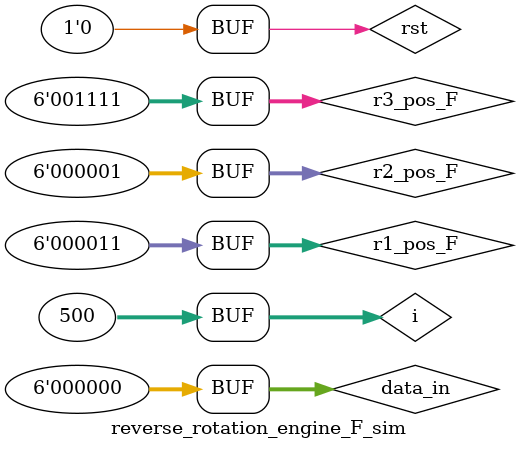
<source format=v>
`timescale 1ns / 1ps

module reverse_rotation_engine_F_sim(

    );
       reg rst;
       reg [5:0]data_in;
       wire [5:0]r1_out;
       wire [5:0]r2_out;
       wire [5:0]r3_out;
      
     reg [5:0]r1_pos_F;
     reg [5:0]r2_pos_F;
     reg [5:0]r3_pos_F;
       integer i;
       
       initial
       begin
       r1_pos_F=6'd3;
       r2_pos_F=6'd1;
       r3_pos_F=6'd15;
       rst=1'd0;
       data_in=6'd0;
       end
 
reverse_rotation_engine rreF_test(.data_in(data_in),
.r1_pos(r1_pos_F),
.r2_pos(r2_pos_F),
.r3_pos(r3_pos_F),   
.rst(rst),
.r1_out(r1_out),
.r2_out(r2_out),
.r3_out(r3_out));
        
        initial
        begin
        //rst=1'd0;
        
        for(i=6'd0;i<500;i=i+1)begin
        
        if(data_in>6'd25)begin
        data_in=6'd0;
        end
        else
        begin
        data_in=data_in+6'd1;
        #1;
        end
        
        end
        
        
        /*
#1 data_in=5'd0;
#1 data_in=5'd1;

#1 data_in=5'd2;

#1 data_in=5'd3;

#1 data_in=5'd4;
#1 data_in=5'd5;
#1 data_in=5'd6;
#1 data_in=5'd7;
#1 data_in=5'd8;
#1 data_in=5'd9;
#1 data_in=5'd10;
#1 data_in=5'd11;
#1 data_in=5'd12;
#1 data_in=5'd13;
#1 data_in=5'd14;
#1 data_in=5'd15;
#1 data_in=5'd16;
#1 data_in=5'd17;
#1 data_in=5'd18;
#1 data_in=5'd19;
#1 data_in=5'd20;
#1 data_in=5'd21;
#1 data_in=5'd22;
#1 data_in=5'd23;
#1 data_in=5'd24;
#1 data_in=5'd25;
#1 data_in=5'd0;
#1 data_in=5'd1;

#1 data_in=5'd2;

#1 data_in=5'd3;

#1 data_in=5'd4;
#1 data_in=5'd5;
#1 data_in=5'd6;
#1 data_in=5'd7;
#1 data_in=5'd8;
#1 data_in=5'd9;
#1 data_in=5'd10;
#1 data_in=5'd11;
#1 data_in=5'd12;
#1 data_in=5'd13;
#1 data_in=5'd14;
#1 data_in=5'd15;
#1 data_in=5'd16;
#1 data_in=5'd17;
#1 data_in=5'd18;
#1 data_in=5'd19;
#1 data_in=5'd20;
#1 data_in=5'd21;
#1 data_in=5'd22;
#1 data_in=5'd23;
#1 data_in=5'd24;
#1 data_in=5'd25;
#1 data_in=5'd0;
#1 data_in=5'd1;

#1 data_in=5'd2;

#1 data_in=5'd3;

#1 data_in=5'd4;
#1 data_in=5'd5;
#1 data_in=5'd6;
#1 data_in=5'd7;
#1 data_in=5'd8;
#1 data_in=5'd9;
#1 data_in=5'd10;
#1 data_in=5'd11;
#1 data_in=5'd12;
#1 data_in=5'd13;
#1 data_in=5'd14;
#1 data_in=5'd15;
#1 data_in=5'd16;
#1 data_in=5'd17;
#1 data_in=5'd18;
#1 data_in=5'd19;
#1 data_in=5'd20;
#1 data_in=5'd21;
#1 data_in=5'd22;
#1 data_in=5'd23;
#1 data_in=5'd24;
#1 data_in=5'd25;
#1 data_in=5'd0;
#1 data_in=5'd1;

#1 data_in=5'd2;

#1 data_in=5'd3;

#1 data_in=5'd4;
#1 data_in=5'd5;
#1 data_in=5'd6;
#1 data_in=5'd7;
#1 data_in=5'd8;
#1 data_in=5'd9;
#1 data_in=5'd10;
#1 data_in=5'd11;
#1 data_in=5'd12;
#1 data_in=5'd13;
#1 data_in=5'd14;
#1 data_in=5'd15;
#1 data_in=5'd16;
#1 data_in=5'd17;
#1 data_in=5'd18;
#1 data_in=5'd19;
#1 data_in=5'd20;
#1 data_in=5'd21;
#1 data_in=5'd22;
#1 data_in=5'd23;
#1 data_in=5'd24;
#1 data_in=5'd25;
#1 data_in=5'd0;
#1 data_in=5'd1;

#1 data_in=5'd2;

#1 data_in=5'd3;

#1 data_in=5'd4;
#1 data_in=5'd5;
#1 data_in=5'd6;
#1 data_in=5'd7;
#1 data_in=5'd8;
#1 data_in=5'd9;
#1 data_in=5'd10;
#1 data_in=5'd11;
#1 data_in=5'd12;
#1 data_in=5'd13;
#1 data_in=5'd14;
#1 data_in=5'd15;
#1 data_in=5'd16;
#1 data_in=5'd17;
#1 data_in=5'd18;
#1 data_in=5'd19;
#1 data_in=5'd20;
#1 data_in=5'd21;
#1 data_in=5'd22;
#1 data_in=5'd23;
#1 data_in=5'd24;
#1 data_in=5'd25;
#1 data_in=5'd0;
#1 data_in=5'd1;

#1 data_in=5'd2;

#1 data_in=5'd3;

#1 data_in=5'd4;
#1 data_in=5'd5;
#1 data_in=5'd6;
#1 data_in=5'd7;
#1 data_in=5'd8;
#1 data_in=5'd9;
#1 data_in=5'd10;
#1 data_in=5'd11;
#1 data_in=5'd12;
#1 data_in=5'd13;
#1 data_in=5'd14;
#1 data_in=5'd15;
#1 data_in=5'd16;
#1 data_in=5'd17;
#1 data_in=5'd18;
#1 data_in=5'd19;
#1 data_in=5'd20;
#1 data_in=5'd21;
#1 data_in=5'd22;
#1 data_in=5'd23;
#1 data_in=5'd24;
#1 data_in=5'd25;
#1 data_in=5'd0;
#1 data_in=5'd1;

#1 data_in=5'd2;

#1 data_in=5'd3;

#1 data_in=5'd4;
#1 data_in=5'd5;
#1 data_in=5'd6;
#1 data_in=5'd7;
#1 data_in=5'd8;
#1 data_in=5'd9;
#1 data_in=5'd10;
#1 data_in=5'd11;
#1 data_in=5'd12;
#1 data_in=5'd13;
#1 data_in=5'd14;
#1 data_in=5'd15;
#1 data_in=5'd16;
#1 data_in=5'd17;
#1 data_in=5'd18;
#1 data_in=5'd19;
#1 data_in=5'd20;
#1 data_in=5'd21;
#1 data_in=5'd22;
#1 data_in=5'd23;
#1 data_in=5'd24;
#1 data_in=5'd25;
#1 data_in=5'd0;
#1 data_in=5'd1;

#1 data_in=5'd2;

#1 data_in=5'd3;

#1 data_in=5'd4;
#1 data_in=5'd5;
#1 data_in=5'd6;
#1 data_in=5'd7;
#1 data_in=5'd8;
#1 data_in=5'd9;
#1 data_in=5'd10;
#1 data_in=5'd11;
#1 data_in=5'd12;
#1 data_in=5'd13;
#1 data_in=5'd14;
#1 data_in=5'd15;
#1 data_in=5'd16;
#1 data_in=5'd17;
#1 data_in=5'd18;
#1 data_in=5'd19;
#1 data_in=5'd20;
#1 data_in=5'd21;
#1 data_in=5'd22;
#1 data_in=5'd23;
#1 data_in=5'd24;
#1 data_in=5'd25;
#1 data_in=5'd0;
#1 data_in=5'd1;

#1 data_in=5'd2;

#1 data_in=5'd3;

#1 data_in=5'd4;
#1 data_in=5'd5;
#1 data_in=5'd6;
#1 data_in=5'd7;
#1 data_in=5'd8;
#1 data_in=5'd9;
#1 data_in=5'd10;
#1 data_in=5'd11;
#1 data_in=5'd12;
#1 data_in=5'd13;
#1 data_in=5'd14;
#1 data_in=5'd15;
#1 data_in=5'd16;
#1 data_in=5'd17;
#1 data_in=5'd18;
#1 data_in=5'd19;
#1 data_in=5'd20;
#1 data_in=5'd21;
#1 data_in=5'd22;
#1 data_in=5'd23;
#1 data_in=5'd24;
#1 data_in=5'd25;
#1 data_in=5'd0;
#1 data_in=5'd1;

#1 data_in=5'd2;

#1 data_in=5'd3;

#1 data_in=5'd4;
#1 data_in=5'd5;
#1 data_in=5'd6;
#1 data_in=5'd7;
#1 data_in=5'd8;
#1 data_in=5'd9;
#1 data_in=5'd10;
#1 data_in=5'd11;
#1 data_in=5'd12;
#1 data_in=5'd13;
#1 data_in=5'd14;
#1 data_in=5'd15;
#1 data_in=5'd16;
#1 data_in=5'd17;
#1 data_in=5'd18;
#1 data_in=5'd19;
#1 data_in=5'd20;
#1 data_in=5'd21;
#1 data_in=5'd22;
#1 data_in=5'd23;
#1 data_in=5'd24;
#1 data_in=5'd25;
#1 data_in=5'd0;
#1 data_in=5'd1;

#1 data_in=5'd2;

#1 data_in=5'd3;

#1 data_in=5'd4;
#1 data_in=5'd5;
#1 data_in=5'd6;
#1 data_in=5'd7;
#1 data_in=5'd8;
#1 data_in=5'd9;
#1 data_in=5'd10;
#1 data_in=5'd11;
#1 data_in=5'd12;
#1 data_in=5'd13;
#1 data_in=5'd14;
#1 data_in=5'd15;
#1 data_in=5'd16;
#1 data_in=5'd17;
#1 data_in=5'd18;
#1 data_in=5'd19;
#1 data_in=5'd20;
#1 data_in=5'd21;
#1 data_in=5'd22;
#1 data_in=5'd23;
#1 data_in=5'd24;
#1 data_in=5'd25;
#1 data_in=5'd0;
#1 data_in=5'd1;

#1 data_in=5'd2;

#1 data_in=5'd3;

#1 data_in=5'd4;
#1 data_in=5'd5;
#1 data_in=5'd6;
#1 data_in=5'd7;
#1 data_in=5'd8;
#1 data_in=5'd9;
#1 data_in=5'd10;
#1 data_in=5'd11;
#1 data_in=5'd12;
#1 data_in=5'd13;
#1 data_in=5'd14;
#1 data_in=5'd15;
#1 data_in=5'd16;
#1 data_in=5'd17;
#1 data_in=5'd18;
#1 data_in=5'd19;
#1 data_in=5'd20;
#1 data_in=5'd21;
#1 data_in=5'd22;
#1 data_in=5'd23;
#1 data_in=5'd24;
#1 data_in=5'd25;
#1 data_in=5'd0;
#1 data_in=5'd1;

#1 data_in=5'd2;

#1 data_in=5'd3;

#1 data_in=5'd4;
#1 data_in=5'd5;
#1 data_in=5'd6;
#1 data_in=5'd7;
#1 data_in=5'd8;
#1 data_in=5'd9;
#1 data_in=5'd10;
#1 data_in=5'd11;
#1 data_in=5'd12;
#1 data_in=5'd13;
#1 data_in=5'd14;
#1 data_in=5'd15;
#1 data_in=5'd16;
#1 data_in=5'd17;
#1 data_in=5'd18;
#1 data_in=5'd19;
#1 data_in=5'd20;
#1 data_in=5'd21;
#1 data_in=5'd22;
#1 data_in=5'd23;
#1 data_in=5'd24;
#1 data_in=5'd25;
#1 data_in=5'd0;
#1 data_in=5'd1;

#1 data_in=5'd2;

#1 data_in=5'd3;

#1 data_in=5'd4;
#1 data_in=5'd5;
#1 data_in=5'd6;
#1 data_in=5'd7;
#1 data_in=5'd8;
#1 data_in=5'd9;
#1 data_in=5'd10;
#1 data_in=5'd11;
#1 data_in=5'd12;
#1 data_in=5'd13;
#1 data_in=5'd14;
#1 data_in=5'd15;
#1 data_in=5'd16;
#1 data_in=5'd17;
#1 data_in=5'd18;
#1 data_in=5'd19;
#1 data_in=5'd20;
#1 data_in=5'd21;
#1 data_in=5'd22;
#1 data_in=5'd23;
#1 data_in=5'd24;
#1 data_in=5'd25;
#1 data_in=5'd0;
#1 data_in=5'd1;

#1 data_in=5'd2;

#1 data_in=5'd3;

#1 data_in=5'd4;
#1 data_in=5'd5;
#1 data_in=5'd6;
#1 data_in=5'd7;
#1 data_in=5'd8;
#1 data_in=5'd9;
#1 data_in=5'd10;
#1 data_in=5'd11;
#1 data_in=5'd12;
#1 data_in=5'd13;
#1 data_in=5'd14;
#1 data_in=5'd15;
#1 data_in=5'd16;
#1 data_in=5'd17;
#1 data_in=5'd18;
#1 data_in=5'd19;
#1 data_in=5'd20;
#1 data_in=5'd21;
#1 data_in=5'd22;
#1 data_in=5'd23;
#1 data_in=5'd24;
#1 data_in=5'd25;
#1 data_in=5'd0;
#1 data_in=5'd1;

#1 data_in=5'd2;

#1 data_in=5'd3;

#1 data_in=5'd4;
#1 data_in=5'd5;
#1 data_in=5'd6;
#1 data_in=5'd7;
#1 data_in=5'd8;
#1 data_in=5'd9;
#1 data_in=5'd10;
#1 data_in=5'd11;
#1 data_in=5'd12;
#1 data_in=5'd13;
#1 data_in=5'd14;
#1 data_in=5'd15;
#1 data_in=5'd16;
#1 data_in=5'd17;
#1 data_in=5'd18;
#1 data_in=5'd19;
#1 data_in=5'd20;
#1 data_in=5'd21;
#1 data_in=5'd22;
#1 data_in=5'd23;
#1 data_in=5'd24;
#1 data_in=5'd25;
#1 data_in=5'd0;
#1 data_in=5'd1;

#1 data_in=5'd2;

#1 data_in=5'd3;

#1 data_in=5'd4;
#1 data_in=5'd5;
#1 data_in=5'd6;
#1 data_in=5'd7;
#1 data_in=5'd8;
#1 data_in=5'd9;
#1 data_in=5'd10;
#1 data_in=5'd11;
#1 data_in=5'd12;
#1 data_in=5'd13;
#1 data_in=5'd14;
#1 data_in=5'd15;
#1 data_in=5'd16;
#1 data_in=5'd17;
#1 data_in=5'd18;
#1 data_in=5'd19;
#1 data_in=5'd20;
#1 data_in=5'd21;
#1 data_in=5'd22;
#1 data_in=5'd23;
#1 data_in=5'd24;
#1 data_in=5'd25;
#1 data_in=5'd0;
#1 data_in=5'd1;

#1 data_in=5'd2;

#1 data_in=5'd3;

#1 data_in=5'd4;
#1 data_in=5'd5;
#1 data_in=5'd6;
#1 data_in=5'd7;
#1 data_in=5'd8;
#1 data_in=5'd9;
#1 data_in=5'd10;
#1 data_in=5'd11;
#1 data_in=5'd12;
#1 data_in=5'd13;
#1 data_in=5'd14;
#1 data_in=5'd15;
#1 data_in=5'd16;
#1 data_in=5'd17;
#1 data_in=5'd18;
#1 data_in=5'd19;
#1 data_in=5'd20;
#1 data_in=5'd21;
#1 data_in=5'd22;
#1 data_in=5'd23;
#1 data_in=5'd24;
#1 data_in=5'd25;
#1 data_in=5'd0;
#1 data_in=5'd1;

#1 data_in=5'd2;

#1 data_in=5'd3;

#1 data_in=5'd4;
#1 data_in=5'd5;
#1 data_in=5'd6;
#1 data_in=5'd7;
#1 data_in=5'd8;
#1 data_in=5'd9;
#1 data_in=5'd10;
#1 data_in=5'd11;
#1 data_in=5'd12;
#1 data_in=5'd13;
#1 data_in=5'd14;
#1 data_in=5'd15;
#1 data_in=5'd16;
#1 data_in=5'd17;
#1 data_in=5'd18;
#1 data_in=5'd19;
#1 data_in=5'd20;
#1 data_in=5'd21;
#1 data_in=5'd22;
#1 data_in=5'd23;
#1 data_in=5'd24;
#1 data_in=5'd25;
#1 data_in=5'd0;
#1 data_in=5'd1;

#1 data_in=5'd2;

#1 data_in=5'd3;

#1 data_in=5'd4;
#1 data_in=5'd5;
#1 data_in=5'd6;
#1 data_in=5'd7;
#1 data_in=5'd8;
#1 data_in=5'd9;
#1 data_in=5'd10;
#1 data_in=5'd11;
#1 data_in=5'd12;
#1 data_in=5'd13;
#1 data_in=5'd14;
#1 data_in=5'd15;
#1 data_in=5'd16;
#1 data_in=5'd17;
#1 data_in=5'd18;
#1 data_in=5'd19;
#1 data_in=5'd20;
#1 data_in=5'd21;
#1 data_in=5'd22;
#1 data_in=5'd23;
#1 data_in=5'd24;
#1 data_in=5'd25;
#1 data_in=5'd0;
#1 data_in=5'd1;

#1 data_in=5'd2;

#1 data_in=5'd3;

#1 data_in=5'd4;
#1 data_in=5'd5;
#1 data_in=5'd6;
#1 data_in=5'd7;
#1 data_in=5'd8;
#1 data_in=5'd9;
#1 data_in=5'd10;
#1 data_in=5'd11;
#1 data_in=5'd12;
#1 data_in=5'd13;
#1 data_in=5'd14;
#1 data_in=5'd15;
#1 data_in=5'd16;
#1 data_in=5'd17;
#1 data_in=5'd18;
#1 data_in=5'd19;
#1 data_in=5'd20;
#1 data_in=5'd21;
#1 data_in=5'd22;
#1 data_in=5'd23;
#1 data_in=5'd24;
#1 data_in=5'd25;
#1 data_in=5'd0;
#1 data_in=5'd1;

#1 data_in=5'd2;

#1 data_in=5'd3;

#1 data_in=5'd4;
#1 data_in=5'd5;
#1 data_in=5'd6;
#1 data_in=5'd7;
#1 data_in=5'd8;
#1 data_in=5'd9;
#1 data_in=5'd10;
#1 data_in=5'd11;
#1 data_in=5'd12;
#1 data_in=5'd13;
#1 data_in=5'd14;
#1 data_in=5'd15;
#1 data_in=5'd16;
#1 data_in=5'd17;
#1 data_in=5'd18;
#1 data_in=5'd19;
#1 data_in=5'd20;
#1 data_in=5'd21;
#1 data_in=5'd22;
#1 data_in=5'd23;
#1 data_in=5'd24;
#1 data_in=5'd25;
#1 data_in=5'd0;
#1 data_in=5'd1;

#1 data_in=5'd2;

#1 data_in=5'd3;

#1 data_in=5'd4;
#1 data_in=5'd5;
#1 data_in=5'd6;
#1 data_in=5'd7;
#1 data_in=5'd8;
#1 data_in=5'd9;
#1 data_in=5'd10;
#1 data_in=5'd11;
#1 data_in=5'd12;
#1 data_in=5'd13;
#1 data_in=5'd14;
#1 data_in=5'd15;
#1 data_in=5'd16;
#1 data_in=5'd17;
#1 data_in=5'd18;
#1 data_in=5'd19;
#1 data_in=5'd20;
#1 data_in=5'd21;
#1 data_in=5'd22;
#1 data_in=5'd23;
#1 data_in=5'd24;
#1 data_in=5'd25;
#1 data_in=5'd0;
#1 data_in=5'd1;

#1 data_in=5'd2;

#1 data_in=5'd3;

#1 data_in=5'd4;
#1 data_in=5'd5;
#1 data_in=5'd6;
#1 data_in=5'd7;
#1 data_in=5'd8;
#1 data_in=5'd9;
#1 data_in=5'd10;
#1 data_in=5'd11;
#1 data_in=5'd12;
#1 data_in=5'd13;
#1 data_in=5'd14;
#1 data_in=5'd15;
#1 data_in=5'd16;
#1 data_in=5'd17;
#1 data_in=5'd18;
#1 data_in=5'd19;
#1 data_in=5'd20;
#1 data_in=5'd21;
#1 data_in=5'd22;
#1 data_in=5'd23;
#1 data_in=5'd24;
#1 data_in=5'd25;
#1 data_in=5'd0;
#1 data_in=5'd1;

#1 data_in=5'd2;

#1 data_in=5'd3;

#1 data_in=5'd4;
#1 data_in=5'd5;
#1 data_in=5'd6;
#1 data_in=5'd7;
#1 data_in=5'd8;
#1 data_in=5'd9;
#1 data_in=5'd10;
#1 data_in=5'd11;
#1 data_in=5'd12;
#1 data_in=5'd13;
#1 data_in=5'd14;
#1 data_in=5'd15;
#1 data_in=5'd16;
#1 data_in=5'd17;
#1 data_in=5'd18;
#1 data_in=5'd19;
#1 data_in=5'd20;
#1 data_in=5'd21;
#1 data_in=5'd22;
#1 data_in=5'd23;
#1 data_in=5'd24;
#1 data_in=5'd25;
#1 data_in=5'd0;
#1 data_in=5'd1;

#1 data_in=5'd2;

#1 data_in=5'd3;

#1 data_in=5'd4;
#1 data_in=5'd5;
#1 data_in=5'd6;
#1 data_in=5'd7;
#1 data_in=5'd8;
#1 data_in=5'd9;
#1 data_in=5'd10;
#1 data_in=5'd11;
#1 data_in=5'd12;
#1 data_in=5'd13;
#1 data_in=5'd14;
#1 data_in=5'd15;
#1 data_in=5'd16;
#1 data_in=5'd17;
#1 data_in=5'd18;
#1 data_in=5'd19;
#1 data_in=5'd20;
#1 data_in=5'd21;
#1 data_in=5'd22;
#1 data_in=5'd23;
#1 data_in=5'd24;
#1 data_in=5'd25;
#1 data_in=5'd0;
#1 data_in=5'd1;

#1 data_in=5'd2;

#1 data_in=5'd3;

#1 data_in=5'd4;
#1 data_in=5'd5;
#1 data_in=5'd6;
#1 data_in=5'd7;
#1 data_in=5'd8;
#1 data_in=5'd9;
#1 data_in=5'd10;
#1 data_in=5'd11;
#1 data_in=5'd12;
#1 data_in=5'd13;
#1 data_in=5'd14;
#1 data_in=5'd15;
#1 data_in=5'd16;
#1 data_in=5'd17;
#1 data_in=5'd18;
#1 data_in=5'd19;
#1 data_in=5'd20;
#1 data_in=5'd21;
#1 data_in=5'd22;
#1 data_in=5'd23;
#1 data_in=5'd24;
#1 data_in=5'd25;
#1 data_in=5'd0;
#1 data_in=5'd1;

#1 data_in=5'd2;

#1 data_in=5'd3;

#1 data_in=5'd4;
#1 data_in=5'd5;
#1 data_in=5'd6;
#1 data_in=5'd7;
#1 data_in=5'd8;
#1 data_in=5'd9;
#1 data_in=5'd10;
#1 data_in=5'd11;
#1 data_in=5'd12;
#1 data_in=5'd13;
#1 data_in=5'd14;
#1 data_in=5'd15;
#1 data_in=5'd16;
#1 data_in=5'd17;
#1 data_in=5'd18;
#1 data_in=5'd19;
#1 data_in=5'd20;
#1 data_in=5'd21;
#1 data_in=5'd22;
#1 data_in=5'd23;
#1 data_in=5'd24;
#1 data_in=5'd25;#1 data_in=5'd0;
#1 data_in=5'd1;

#1 data_in=5'd2;

#1 data_in=5'd3;

#1 data_in=5'd4;
#1 data_in=5'd5;
#1 data_in=5'd6;
#1 data_in=5'd7;
#1 data_in=5'd8;
#1 data_in=5'd9;
#1 data_in=5'd10;
#1 data_in=5'd11;
#1 data_in=5'd12;
#1 data_in=5'd13;
#1 data_in=5'd14;
#1 data_in=5'd15;
#1 data_in=5'd16;
#1 data_in=5'd17;
#1 data_in=5'd18;
#1 data_in=5'd19;
#1 data_in=5'd20;
#1 data_in=5'd21;
#1 data_in=5'd22;
#1 data_in=5'd23;
#1 data_in=5'd24;
#1 data_in=5'd25;#1 data_in=5'd0;
#1 data_in=5'd1;

#1 data_in=5'd2;

#1 data_in=5'd3;

#1 data_in=5'd4;
#1 data_in=5'd5;
#1 data_in=5'd6;
#1 data_in=5'd7;
#1 data_in=5'd8;
#1 data_in=5'd9;
#1 data_in=5'd10;
#1 data_in=5'd11;
#1 data_in=5'd12;
#1 data_in=5'd13;
#1 data_in=5'd14;
#1 data_in=5'd15;
#1 data_in=5'd16;
#1 data_in=5'd17;
#1 data_in=5'd18;
#1 data_in=5'd19;
#1 data_in=5'd20;
#1 data_in=5'd21;
#1 data_in=5'd22;
#1 data_in=5'd23;
#1 data_in=5'd24;
#1 data_in=5'd25;#1 data_in=5'd0;
#1 data_in=5'd1;

#1 data_in=5'd2;

#1 data_in=5'd3;

#1 data_in=5'd4;
#1 data_in=5'd5;
#1 data_in=5'd6;
#1 data_in=5'd7;
#1 data_in=5'd8;
#1 data_in=5'd9;
#1 data_in=5'd10;
#1 data_in=5'd11;
#1 data_in=5'd12;
#1 data_in=5'd13;
#1 data_in=5'd14;
#1 data_in=5'd15;
#1 data_in=5'd16;
#1 data_in=5'd17;
#1 data_in=5'd18;
#1 data_in=5'd19;
#1 data_in=5'd20;
#1 data_in=5'd21;
#1 data_in=5'd22;
#1 data_in=5'd23;
#1 data_in=5'd24;
#1 data_in=5'd25;
*/

        end
        endmodule
/*        
data_in=5'd0;

#1 data_in=5'd1;

#1 data_in=5'd2;

#1 data_in=5'd3;

#1 data_in=5'd4;
#1 data_in=5'd5;
#1 data_in=5'd6;
#1 data_in=5'd7;
#1 data_in=5'd8;
#1 data_in=5'd9;
#1 data_in=5'd10;
#1 data_in=5'd11;
#1 data_in=5'd12;
#1 data_in=5'd13;
#1 data_in=5'd14;
#1 data_in=5'd15;
#1 data_in=5'd16;
#1 data_in=5'd17;
#1 data_in=5'd18;
#1 data_in=5'd19;
#1 data_in=5'd20;
#1 data_in=5'd21;
#1 data_in=5'd22;
#1 data_in=5'd23;
#1 data_in=5'd24;
#1 data_in=5'd25;
*/
  


</source>
